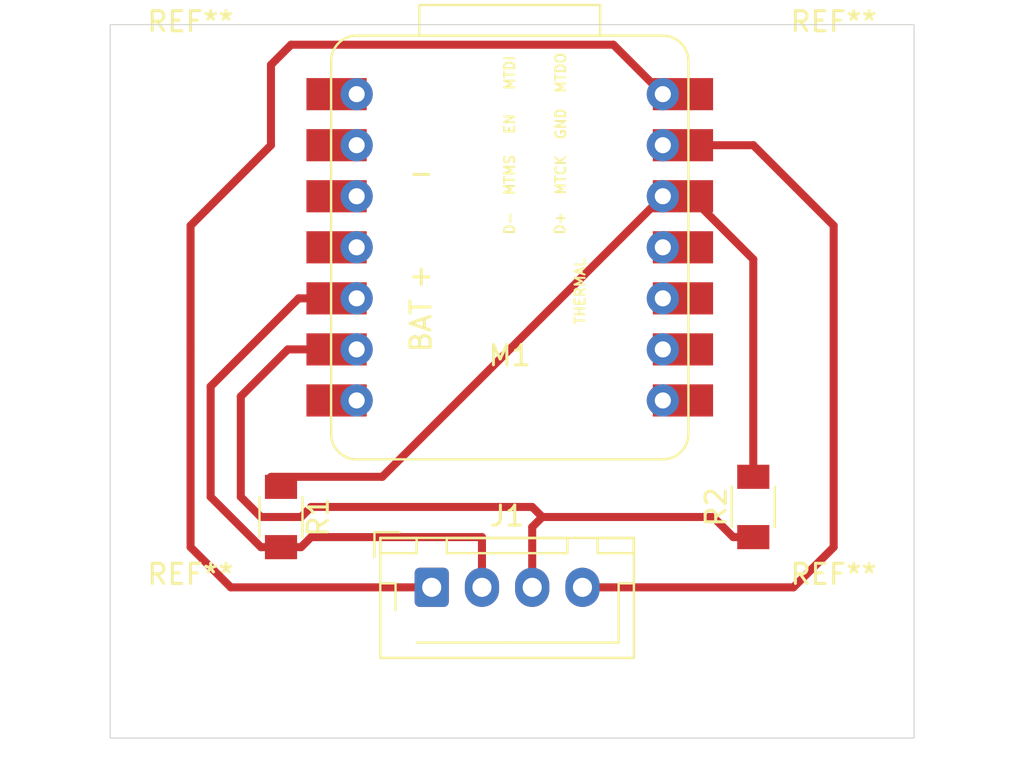
<source format=kicad_pcb>
(kicad_pcb (version 20241229) (generator "pcbnew") (generator_version "9.0")
  (layers (0 "F.Cu" signal) (2 "B.Cu" signal) (13 "F.Paste" user) (15 "B.Paste" user) (5 "F.SilkS" user "F.Silkscreen") (7 "B.SilkS" user "B.Silkscreen") (1 "F.Mask" user) (3 "B.Mask" user) (25 "Edge.Cuts" user))
  (net 0 "")
  (net 1 "SCL")
  (net 2 "PWR_GND")
  (net 3 "PWR_5V")
  (net 4 "SDA")
  (net 14 "PWR_3V3")
  (footprint "MountingHole:MountingHole_3.2mm_M3" (layer "F.Cu") (at 107 75.5)
    (property "Reference" "REF**" (at 0 -4.15 0) (layer "F.SilkS"))
    (property "Value" "MountingHole_3.2mm_M3")
    (pad "" np_thru_hole circle (at 0 0) (size 3.2 3.2) (drill 3.2) (layers "*.Cu" "*.Mask"))
  )
  (footprint "Connector_JST:JST_XH_B4B-XH-AM_1x04_P2.50mm_Vertical" (layer "F.Cu") (at 119 72)
    (property "Reference" "J1" (at 3.75 -3.55 0) (layer "F.SilkS"))
    (property "Value" "Conn_Header_JST_PH_1x04_P2mm_Vertical_SMD")
    (fp_line (start -2.85 -2.75) (end -2.85 -1.5) (stroke (width 0.12)) (layer "F.SilkS"))
    (fp_line (start -2.56 -2.46) (end -2.56 3.51) (stroke (width 0.12)) (layer "F.SilkS"))
    (fp_line (start -2.56 3.51) (end 10.06 3.51) (stroke (width 0.12)) (layer "F.SilkS"))
    (fp_line (start -2.55 -2.45) (end -2.55 -1.7) (stroke (width 0.12)) (layer "F.SilkS"))
    (fp_line (start -2.55 -1.7) (end -0.75 -1.7) (stroke (width 0.12)) (layer "F.SilkS"))
    (fp_line (start -2.55 -0.2) (end -1.8 -0.2) (stroke (width 0.12)) (layer "F.SilkS"))
    (fp_line (start -1.8 -0.2) (end -1.8 1.14) (stroke (width 0.12)) (layer "F.SilkS"))
    (fp_line (start -1.6 -2.75) (end -2.85 -2.75) (stroke (width 0.12)) (layer "F.SilkS"))
    (fp_line (start -0.75 -2.45) (end -2.55 -2.45) (stroke (width 0.12)) (layer "F.SilkS"))
    (fp_line (start -0.75 -1.7) (end -0.75 -2.45) (stroke (width 0.12)) (layer "F.SilkS"))
    (fp_line (start 0.75 -2.45) (end 0.75 -1.7) (stroke (width 0.12)) (layer "F.SilkS"))
    (fp_line (start 0.75 -1.7) (end 6.75 -1.7) (stroke (width 0.12)) (layer "F.SilkS"))
    (fp_line (start 3.75 2.75) (end -0.74 2.75) (stroke (width 0.12)) (layer "F.SilkS"))
    (fp_line (start 6.75 -2.45) (end 0.75 -2.45) (stroke (width 0.12)) (layer "F.SilkS"))
    (fp_line (start 6.75 -1.7) (end 6.75 -2.45) (stroke (width 0.12)) (layer "F.SilkS"))
    (fp_line (start 8.25 -2.45) (end 8.25 -1.7) (stroke (width 0.12)) (layer "F.SilkS"))
    (fp_line (start 8.25 -1.7) (end 10.05 -1.7) (stroke (width 0.12)) (layer "F.SilkS"))
    (fp_line (start 9.3 -0.2) (end 9.3 2.75) (stroke (width 0.12)) (layer "F.SilkS"))
    (fp_line (start 9.3 2.75) (end 3.75 2.75) (stroke (width 0.12)) (layer "F.SilkS"))
    (fp_line (start 10.05 -2.45) (end 8.25 -2.45) (stroke (width 0.12)) (layer "F.SilkS"))
    (fp_line (start 10.05 -1.7) (end 10.05 -2.45) (stroke (width 0.12)) (layer "F.SilkS"))
    (fp_line (start 10.05 -0.2) (end 9.3 -0.2) (stroke (width 0.12)) (layer "F.SilkS"))
    (fp_line (start 10.06 -2.46) (end -2.56 -2.46) (stroke (width 0.12)) (layer "F.SilkS"))
    (fp_line (start 10.06 3.51) (end 10.06 -2.46) (stroke (width 0.12)) (layer "F.SilkS"))
    (pad "" np_thru_hole circle (at -1.6 2) (size 1.2 1.2) (drill 1.2) (layers "*.Cu" "*.Mask"))
    (pad "1" thru_hole roundrect (at 0 0) (size 1.7 1.95) (drill 0.95) (layers "*.Cu" "*.Mask") (roundrect_rratio 0.147059) (net 3 "PWR_5V"))
    (pad "2" thru_hole oval (at 2.5 0) (size 1.7 1.95) (drill 0.95) (layers "*.Cu" "*.Mask") (net 4 "SDA"))
    (pad "3" thru_hole oval (at 5 0) (size 1.7 1.95) (drill 0.95) (layers "*.Cu" "*.Mask") (net 1 "SCL"))
    (pad "4" thru_hole oval (at 7.5 0) (size 1.7 1.95) (drill 0.95) (layers "*.Cu" "*.Mask") (net 2 "PWR_GND"))
  )
  (footprint "fab:R_1206" (layer "F.Cu") (at 135 68 90)
    (property "Reference" "R2" (at 0 -1.85 90) (layer "F.SilkS"))
    (property "Value" "R_1206")
    (fp_line (start -1 -1.07) (end 1 -1.07) (stroke (width 0.12)) (layer "F.SilkS"))
    (fp_line (start 1 1.07) (end -1 1.07) (stroke (width 0.12)) (layer "F.SilkS"))
    (pad "1" smd rect (at -1.5 0 90) (size 1.2 1.6) (layers "F.Cu" "F.Mask" "F.Paste") (net 1 "SCL"))
    (pad "2" smd rect (at 1.5 0 90) (size 1.2 1.6) (layers "F.Cu" "F.Mask" "F.Paste") (net 14 "PWR_3V3"))
  )
  (footprint "fab:SeeedStudio_XIAO_ESP32S3" (layer "F.Cu") (at 122.88 55.08)
    (property "Reference" "M1" (at 0 5.39 0) (layer "F.SilkS"))
    (property "Value" "Module_XIAO-ESP32S3")
    (fp_line (start -8.8875 9.281) (end -8.8875 -9.261) (stroke (width 0.12)) (layer "F.SilkS"))
    (fp_line (start -7.6175 -10.531) (end 7.6225 -10.531) (stroke (width 0.12)) (layer "F.SilkS"))
    (fp_line (start 7.6225 10.551) (end -7.6175 10.551) (stroke (width 0.12)) (layer "F.SilkS"))
    (fp_line (start 8.8925 -9.261) (end 8.8925 9.281) (stroke (width 0.12)) (layer "F.SilkS"))
    (fp_rect (start -4.4975 -10.531) (end 4.5025 -12.055) (stroke (width 0.12)) (fill no) (layer "F.SilkS"))
    (fp_arc (start -8.8875 -9.261) (mid -8.515526 -10.159026) (end -7.6175 -10.531) (stroke (width 0.12)) (layer "F.SilkS"))
    (fp_arc (start -7.6175 10.551) (mid -8.515526 10.179026) (end -8.8875 9.281) (stroke (width 0.12)) (layer "F.SilkS"))
    (fp_arc (start 7.6225 -10.531) (mid 8.520526 -10.159026) (end 8.8925 -9.261) (stroke (width 0.12)) (layer "F.SilkS"))
    (fp_arc (start 8.8925 9.281) (mid 8.520526 10.179026) (end 7.6225 10.551) (stroke (width 0.12)) (layer "F.SilkS"))
    (fp_text user "THERMAL" (at 3.5 2.2 90) (layer "F.SilkS") (effects (font (size 0.5 0.5) (thickness 0.1) (bold yes))))
    (fp_text user "EN" (at 0 -6.14 90) (layer "F.SilkS") (effects (font (size 0.5 0.5) (thickness 0.1) (bold yes))))
    (fp_text user "-" (at -4.4 -3.7 0) (layer "F.SilkS"))
    (fp_text user "D+" (at 2.5 -1.2 90) (layer "F.SilkS") (effects (font (size 0.5 0.5) (thickness 0.1) (bold yes))))
    (fp_text user "MTDO" (at 2.54 -8.68 90) (layer "F.SilkS") (effects (font (size 0.5 0.5) (thickness 0.1) (bold yes))))
    (fp_text user "+" (at -4.4 1.4 0) (layer "F.SilkS"))
    (fp_text user "GND" (at 2.54 -6.14 90) (layer "F.SilkS") (effects (font (size 0.5 0.5) (thickness 0.1) (bold yes))))
    (fp_text user "MTMS" (at 0 -3.6 90) (layer "F.SilkS") (effects (font (size 0.5 0.5) (thickness 0.1) (bold yes))))
    (fp_text user "MTDI" (at 0 -8.68 90) (layer "F.SilkS") (effects (font (size 0.5 0.5) (thickness 0.1) (bold yes))))
    (fp_text user "D-" (at 0 -1.2 90) (layer "F.SilkS") (effects (font (size 0.5 0.5) (thickness 0.1) (bold yes))))
    (fp_text user "MTCK" (at 2.54 -3.6 90) (layer "F.SilkS") (effects (font (size 0.5 0.5) (thickness 0.1) (bold yes))))
    (fp_text user "BAT" (at -5 3.9 90) (layer "F.SilkS") (effects (justify top)))
    (pad "1" thru_hole circle (at -7.615 -7.62) (size 1.6 1.6) (drill 0.8) (layers "*.Cu" "*.Mask"))
    (pad "1" smd rect (at -7.615 -7.62) (size 3 1.6) (drill (offset -1 0)) (layers "F.Cu" "F.Mask" "F.Paste"))
    (pad "2" thru_hole circle (at -7.615 -5.08) (size 1.6 1.6) (drill 0.8) (layers "*.Cu" "*.Mask"))
    (pad "2" smd rect (at -7.615 -5.08) (size 3 1.6) (drill (offset -1 0)) (layers "F.Cu" "F.Mask" "F.Paste"))
    (pad "3" thru_hole circle (at -7.615 -2.54) (size 1.6 1.6) (drill 0.8) (layers "*.Cu" "*.Mask"))
    (pad "3" smd rect (at -7.615 -2.54) (size 3 1.6) (drill (offset -1 0)) (layers "F.Cu" "F.Mask" "F.Paste"))
    (pad "4" thru_hole circle (at -7.615 0) (size 1.6 1.6) (drill 0.8) (layers "*.Cu" "*.Mask"))
    (pad "4" smd rect (at -7.615 0) (size 3 1.6) (drill (offset -1 0)) (layers "F.Cu" "F.Mask" "F.Paste"))
    (pad "5" thru_hole circle (at -7.615 2.54) (size 1.6 1.6) (drill 0.8) (layers "*.Cu" "*.Mask") (net 4 "SDA"))
    (pad "5" smd rect (at -7.615 2.54) (size 3 1.6) (drill (offset -1 0)) (layers "F.Cu" "F.Mask" "F.Paste") (net 4 "SDA"))
    (pad "6" thru_hole circle (at -7.615 5.08) (size 1.6 1.6) (drill 0.8) (layers "*.Cu" "*.Mask") (net 1 "SCL"))
    (pad "6" smd rect (at -7.615 5.08) (size 3 1.6) (drill (offset -1 0)) (layers "F.Cu" "F.Mask" "F.Paste") (net 1 "SCL"))
    (pad "7" thru_hole circle (at -7.615 7.62) (size 1.6 1.6) (drill 0.8) (layers "*.Cu" "*.Mask"))
    (pad "7" smd rect (at -7.615 7.62) (size 3 1.6) (drill (offset -1 0)) (layers "F.Cu" "F.Mask" "F.Paste"))
    (pad "8" thru_hole circle (at 7.62 7.62) (size 1.6 1.6) (drill 0.8) (layers "*.Cu" "*.Mask"))
    (pad "8" smd rect (at 7.62 7.62) (size 3 1.6) (drill (offset 1 0)) (layers "F.Cu" "F.Mask" "F.Paste"))
    (pad "9" thru_hole circle (at 7.62 5.08) (size 1.6 1.6) (drill 0.8) (layers "*.Cu" "*.Mask"))
    (pad "9" smd rect (at 7.62 5.08) (size 3 1.6) (drill (offset 1 0)) (layers "F.Cu" "F.Mask" "F.Paste"))
    (pad "10" thru_hole circle (at 7.62 2.54) (size 1.6 1.6) (drill 0.8) (layers "*.Cu" "*.Mask"))
    (pad "10" smd rect (at 7.62 2.54) (size 3 1.6) (drill (offset 1 0)) (layers "F.Cu" "F.Mask" "F.Paste"))
    (pad "11" thru_hole circle (at 7.62 0) (size 1.6 1.6) (drill 0.8) (layers "*.Cu" "*.Mask"))
    (pad "11" smd rect (at 7.62 0) (size 3 1.6) (drill (offset 1 0)) (layers "F.Cu" "F.Mask" "F.Paste"))
    (pad "12" thru_hole circle (at 7.62 -2.54) (size 1.6 1.6) (drill 0.8) (layers "*.Cu" "*.Mask") (net 14 "PWR_3V3"))
    (pad "12" smd rect (at 7.62 -2.54) (size 3 1.6) (drill (offset 1 0)) (layers "F.Cu" "F.Mask" "F.Paste") (net 14 "PWR_3V3"))
    (pad "13" thru_hole circle (at 7.62 -5.08) (size 1.6 1.6) (drill 0.8) (layers "*.Cu" "*.Mask") (net 2 "PWR_GND"))
    (pad "13" smd rect (at 7.62 -5.08) (size 3 1.6) (drill (offset 1 0)) (layers "F.Cu" "F.Mask" "F.Paste") (net 2 "PWR_GND"))
    (pad "14" thru_hole circle (at 7.62 -7.62) (size 1.6 1.6) (drill 0.8) (layers "*.Cu" "*.Mask") (net 3 "PWR_5V"))
    (pad "14" smd rect (at 7.62 -7.62) (size 3 1.6) (drill (offset 1 0)) (layers "F.Cu" "F.Mask" "F.Paste") (net 3 "PWR_5V"))
  )
  (footprint "MountingHole:MountingHole_3.2mm_M3" (layer "F.Cu") (at 139 75.5)
    (property "Reference" "REF**" (at 0 -4.15 0) (layer "F.SilkS"))
    (property "Value" "MountingHole_3.2mm_M3")
    (pad "" np_thru_hole circle (at 0 0) (size 3.2 3.2) (drill 3.2) (layers "*.Cu" "*.Mask"))
  )
  (footprint "MountingHole:MountingHole_3.2mm_M3" (layer "F.Cu") (at 107 48)
    (property "Reference" "REF**" (at 0 -4.15 0) (layer "F.SilkS"))
    (property "Value" "MountingHole_3.2mm_M3")
    (pad "" np_thru_hole circle (at 0 0) (size 3.2 3.2) (drill 3.2) (layers "*.Cu" "*.Mask"))
  )
  (footprint "fab:R_1206" (layer "F.Cu") (at 111.5 68.5 -90)
    (property "Reference" "R1" (at 0 -1.85 90) (layer "F.SilkS"))
    (property "Value" "R_1206")
    (fp_line (start 1 1.07) (end -1 1.07) (stroke (width 0.12)) (layer "F.SilkS"))
    (fp_line (start -1 -1.07) (end 1 -1.07) (stroke (width 0.12)) (layer "F.SilkS"))
    (pad "1" smd rect (at -1.5 0 270) (size 1.2 1.6) (layers "F.Cu" "F.Mask" "F.Paste") (net 14 "PWR_3V3"))
    (pad "2" smd rect (at 1.5 0 270) (size 1.2 1.6) (layers "F.Cu" "F.Mask" "F.Paste") (net 4 "SDA"))
  )
  (footprint "MountingHole:MountingHole_3.2mm_M3" (layer "F.Cu") (at 139 48)
    (property "Reference" "REF**" (at 0 -4.15 0) (layer "F.SilkS"))
    (property "Value" "MountingHole_3.2mm_M3")
    (pad "" np_thru_hole circle (at 0 0) (size 3.2 3.2) (drill 3.2) (layers "*.Cu" "*.Mask"))
  )
  (gr_rect (start 103 44) (end 143 79.5) (stroke (width 0.05)) (fill no) (layer "Edge.Cuts"))
  (segment (start 110.5 68.5) (end 109.5 67.5) (width 0.4) (layer "F.Cu") (net 1))
  (segment (start 124.5 68.5) (end 124 69) (width 0.4) (layer "F.Cu") (net 1))
  (segment (start 111.84 60.16) (end 115.265 60.16) (width 0.4) (layer "F.Cu") (net 1))
  (segment (start 109.5 67.5) (end 109.5 62.5) (width 0.4) (layer "F.Cu") (net 1))
  (segment (start 109.5 62.5) (end 111.84 60.16) (width 0.4) (layer "F.Cu") (net 1))
  (segment (start 135 69.5) (end 134 69.5) (width 0.4) (layer "F.Cu") (net 1))
  (segment (start 124 68) (end 113 68) (width 0.4) (layer "F.Cu") (net 1))
  (segment (start 112.5 68.5) (end 110.5 68.5) (width 0.4) (layer "F.Cu") (net 1))
  (segment (start 134 69.5) (end 133 68.5) (width 0.4) (layer "F.Cu") (net 1))
  (segment (start 113 68) (end 112.5 68.5) (width 0.4) (layer "F.Cu") (net 1))
  (segment (start 124.5 68.5) (end 124 68) (width 0.4) (layer "F.Cu") (net 1))
  (segment (start 133 68.5) (end 124.5 68.5) (width 0.4) (layer "F.Cu") (net 1))
  (segment (start 124 69) (end 124 72) (width 0.4) (layer "F.Cu") (net 1))
  (segment (start 126.5 72) (end 137 72) (width 0.4) (layer "F.Cu") (net 2))
  (segment (start 139 70) (end 139 54) (width 0.4) (layer "F.Cu") (net 2))
  (segment (start 137 72) (end 139 70) (width 0.4) (layer "F.Cu") (net 2))
  (segment (start 135 50) (end 130.5 50) (width 0.4) (layer "F.Cu") (net 2))
  (segment (start 139 54) (end 135 50) (width 0.4) (layer "F.Cu") (net 2))
  (segment (start 109 72) (end 107 70) (width 0.4) (layer "F.Cu") (net 3))
  (segment (start 119 72) (end 109 72) (width 0.4) (layer "F.Cu") (net 3))
  (segment (start 112 45) (end 111 46) (width 0.4) (layer "F.Cu") (net 3))
  (segment (start 111 46) (end 111 50) (width 0.4) (layer "F.Cu") (net 3))
  (segment (start 107 54) (end 107 60) (width 0.4) (layer "F.Cu") (net 3))
  (segment (start 111 50) (end 107 54) (width 0.4) (layer "F.Cu") (net 3))
  (segment (start 128.04 45) (end 112 45) (width 0.4) (layer "F.Cu") (net 3))
  (segment (start 130.5 47.46) (end 128.04 45) (width 0.4) (layer "F.Cu") (net 3))
  (segment (start 130.5 47.46) (end 131.862 47.46) (width 0.4) (layer "F.Cu") (net 3))
  (segment (start 107 70) (end 107 60) (width 0.4) (layer "F.Cu") (net 3))
  (segment (start 112.5 70) (end 113 69.5) (width 0.4) (layer "F.Cu") (net 4))
  (segment (start 113 69.5) (end 121.5 69.5) (width 0.4) (layer "F.Cu") (net 4))
  (segment (start 108 67.5) (end 110.5 70) (width 0.4) (layer "F.Cu") (net 4))
  (segment (start 121.5 69.5) (end 121.5 72) (width 0.4) (layer "F.Cu") (net 4))
  (segment (start 115.265 57.62) (end 112.38 57.62) (width 0.4) (layer "F.Cu") (net 4))
  (segment (start 110.5 70) (end 111.5 70) (width 0.4) (layer "F.Cu") (net 4))
  (segment (start 111.5 70) (end 112.5 70) (width 0.4) (layer "F.Cu") (net 4))
  (segment (start 112.38 57.62) (end 108 62) (width 0.4) (layer "F.Cu") (net 4))
  (segment (start 108 62) (end 108 67.5) (width 0.4) (layer "F.Cu") (net 4))
  (segment (start 116.54 66.5) (end 111 66.5) (width 0.4) (layer "F.Cu") (net 14))
  (segment (start 130.5 52.54) (end 131.862 52.54) (width 0.4) (layer "F.Cu") (net 14))
  (segment (start 131.862 52.54) (end 135 55.678) (width 0.4) (layer "F.Cu") (net 14))
  (segment (start 130.5 52.54) (end 116.54 66.5) (width 0.4) (layer "F.Cu") (net 14))
  (segment (start 135 55.678) (end 135 66.5) (width 0.4) (layer "F.Cu") (net 14))
)
</source>
